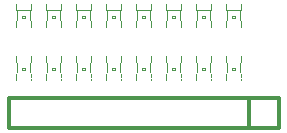
<source format=gto>
G04 (created by PCBNEW (2013-06-11 BZR 4208)-testing) date Thu 13 Jun 2013 06:15:50 PM CEST*
%MOIN*%
G04 Gerber Fmt 3.4, Leading zero omitted, Abs format*
%FSLAX34Y34*%
G01*
G70*
G90*
G04 APERTURE LIST*
%ADD10C,0.005906*%
%ADD11C,0.012000*%
%ADD12C,0.002600*%
%ADD13C,0.004000*%
%ADD14C,0.002000*%
%ADD15C,0.007874*%
%ADD16R,0.064961X0.064961*%
%ADD17C,0.064961*%
%ADD18R,0.047200X0.047200*%
G04 APERTURE END LIST*
G54D10*
G54D11*
X31500Y-36500D02*
X31500Y-35500D01*
X31500Y-35500D02*
X40500Y-35500D01*
X40500Y-35500D02*
X40500Y-36500D01*
X31500Y-36500D02*
X40500Y-36500D01*
X39500Y-36500D02*
X39500Y-35500D01*
G54D12*
X31882Y-34696D02*
X31754Y-34696D01*
X31754Y-34696D02*
X31754Y-34893D01*
X31882Y-34893D02*
X31754Y-34893D01*
X31882Y-34696D02*
X31882Y-34893D01*
X32127Y-34696D02*
X32068Y-34696D01*
X32068Y-34696D02*
X32068Y-34795D01*
X32127Y-34795D02*
X32068Y-34795D01*
X32127Y-34696D02*
X32127Y-34795D01*
X31932Y-34696D02*
X31873Y-34696D01*
X31873Y-34696D02*
X31873Y-34795D01*
X31932Y-34795D02*
X31873Y-34795D01*
X31932Y-34696D02*
X31932Y-34795D01*
X32078Y-34696D02*
X31922Y-34696D01*
X31922Y-34696D02*
X31922Y-34765D01*
X32078Y-34765D02*
X31922Y-34765D01*
X32078Y-34696D02*
X32078Y-34765D01*
X31882Y-34107D02*
X31754Y-34107D01*
X31754Y-34107D02*
X31754Y-34304D01*
X31882Y-34304D02*
X31754Y-34304D01*
X31882Y-34107D02*
X31882Y-34304D01*
X32246Y-34107D02*
X32118Y-34107D01*
X32118Y-34107D02*
X32118Y-34304D01*
X32246Y-34304D02*
X32118Y-34304D01*
X32246Y-34107D02*
X32246Y-34304D01*
X31932Y-34205D02*
X31873Y-34205D01*
X31873Y-34205D02*
X31873Y-34304D01*
X31932Y-34304D02*
X31873Y-34304D01*
X31932Y-34205D02*
X31932Y-34304D01*
X32127Y-34205D02*
X32068Y-34205D01*
X32068Y-34205D02*
X32068Y-34304D01*
X32127Y-34304D02*
X32068Y-34304D01*
X32127Y-34205D02*
X32127Y-34304D01*
X32078Y-34235D02*
X31922Y-34235D01*
X31922Y-34235D02*
X31922Y-34304D01*
X32078Y-34304D02*
X31922Y-34304D01*
X32078Y-34235D02*
X32078Y-34304D01*
X32039Y-34500D02*
X31961Y-34500D01*
X31961Y-34500D02*
X31961Y-34578D01*
X32039Y-34578D02*
X31961Y-34578D01*
X32039Y-34500D02*
X32039Y-34578D01*
X32236Y-34696D02*
X32118Y-34696D01*
X32118Y-34696D02*
X32118Y-34814D01*
X32236Y-34814D02*
X32118Y-34814D01*
X32236Y-34696D02*
X32236Y-34814D01*
X32246Y-34864D02*
X32157Y-34864D01*
X32157Y-34864D02*
X32157Y-34893D01*
X32246Y-34893D02*
X32157Y-34893D01*
X32246Y-34864D02*
X32246Y-34893D01*
G54D13*
X31774Y-34706D02*
X31774Y-34294D01*
X32226Y-34304D02*
X32226Y-34864D01*
G54D14*
X32205Y-34834D02*
G75*
G03X32205Y-34834I-28J0D01*
G74*
G01*
G54D13*
X32137Y-34893D02*
G75*
G03X31863Y-34893I-137J0D01*
G74*
G01*
X31863Y-34107D02*
G75*
G03X32137Y-34107I137J0D01*
G74*
G01*
G54D12*
X37882Y-34696D02*
X37754Y-34696D01*
X37754Y-34696D02*
X37754Y-34893D01*
X37882Y-34893D02*
X37754Y-34893D01*
X37882Y-34696D02*
X37882Y-34893D01*
X38127Y-34696D02*
X38068Y-34696D01*
X38068Y-34696D02*
X38068Y-34795D01*
X38127Y-34795D02*
X38068Y-34795D01*
X38127Y-34696D02*
X38127Y-34795D01*
X37932Y-34696D02*
X37873Y-34696D01*
X37873Y-34696D02*
X37873Y-34795D01*
X37932Y-34795D02*
X37873Y-34795D01*
X37932Y-34696D02*
X37932Y-34795D01*
X38078Y-34696D02*
X37922Y-34696D01*
X37922Y-34696D02*
X37922Y-34765D01*
X38078Y-34765D02*
X37922Y-34765D01*
X38078Y-34696D02*
X38078Y-34765D01*
X37882Y-34107D02*
X37754Y-34107D01*
X37754Y-34107D02*
X37754Y-34304D01*
X37882Y-34304D02*
X37754Y-34304D01*
X37882Y-34107D02*
X37882Y-34304D01*
X38246Y-34107D02*
X38118Y-34107D01*
X38118Y-34107D02*
X38118Y-34304D01*
X38246Y-34304D02*
X38118Y-34304D01*
X38246Y-34107D02*
X38246Y-34304D01*
X37932Y-34205D02*
X37873Y-34205D01*
X37873Y-34205D02*
X37873Y-34304D01*
X37932Y-34304D02*
X37873Y-34304D01*
X37932Y-34205D02*
X37932Y-34304D01*
X38127Y-34205D02*
X38068Y-34205D01*
X38068Y-34205D02*
X38068Y-34304D01*
X38127Y-34304D02*
X38068Y-34304D01*
X38127Y-34205D02*
X38127Y-34304D01*
X38078Y-34235D02*
X37922Y-34235D01*
X37922Y-34235D02*
X37922Y-34304D01*
X38078Y-34304D02*
X37922Y-34304D01*
X38078Y-34235D02*
X38078Y-34304D01*
X38039Y-34500D02*
X37961Y-34500D01*
X37961Y-34500D02*
X37961Y-34578D01*
X38039Y-34578D02*
X37961Y-34578D01*
X38039Y-34500D02*
X38039Y-34578D01*
X38236Y-34696D02*
X38118Y-34696D01*
X38118Y-34696D02*
X38118Y-34814D01*
X38236Y-34814D02*
X38118Y-34814D01*
X38236Y-34696D02*
X38236Y-34814D01*
X38246Y-34864D02*
X38157Y-34864D01*
X38157Y-34864D02*
X38157Y-34893D01*
X38246Y-34893D02*
X38157Y-34893D01*
X38246Y-34864D02*
X38246Y-34893D01*
G54D13*
X37774Y-34706D02*
X37774Y-34294D01*
X38226Y-34304D02*
X38226Y-34864D01*
G54D14*
X38205Y-34834D02*
G75*
G03X38205Y-34834I-28J0D01*
G74*
G01*
G54D13*
X38137Y-34893D02*
G75*
G03X37863Y-34893I-137J0D01*
G74*
G01*
X37863Y-34107D02*
G75*
G03X38137Y-34107I137J0D01*
G74*
G01*
G54D12*
X32882Y-34696D02*
X32754Y-34696D01*
X32754Y-34696D02*
X32754Y-34893D01*
X32882Y-34893D02*
X32754Y-34893D01*
X32882Y-34696D02*
X32882Y-34893D01*
X33127Y-34696D02*
X33068Y-34696D01*
X33068Y-34696D02*
X33068Y-34795D01*
X33127Y-34795D02*
X33068Y-34795D01*
X33127Y-34696D02*
X33127Y-34795D01*
X32932Y-34696D02*
X32873Y-34696D01*
X32873Y-34696D02*
X32873Y-34795D01*
X32932Y-34795D02*
X32873Y-34795D01*
X32932Y-34696D02*
X32932Y-34795D01*
X33078Y-34696D02*
X32922Y-34696D01*
X32922Y-34696D02*
X32922Y-34765D01*
X33078Y-34765D02*
X32922Y-34765D01*
X33078Y-34696D02*
X33078Y-34765D01*
X32882Y-34107D02*
X32754Y-34107D01*
X32754Y-34107D02*
X32754Y-34304D01*
X32882Y-34304D02*
X32754Y-34304D01*
X32882Y-34107D02*
X32882Y-34304D01*
X33246Y-34107D02*
X33118Y-34107D01*
X33118Y-34107D02*
X33118Y-34304D01*
X33246Y-34304D02*
X33118Y-34304D01*
X33246Y-34107D02*
X33246Y-34304D01*
X32932Y-34205D02*
X32873Y-34205D01*
X32873Y-34205D02*
X32873Y-34304D01*
X32932Y-34304D02*
X32873Y-34304D01*
X32932Y-34205D02*
X32932Y-34304D01*
X33127Y-34205D02*
X33068Y-34205D01*
X33068Y-34205D02*
X33068Y-34304D01*
X33127Y-34304D02*
X33068Y-34304D01*
X33127Y-34205D02*
X33127Y-34304D01*
X33078Y-34235D02*
X32922Y-34235D01*
X32922Y-34235D02*
X32922Y-34304D01*
X33078Y-34304D02*
X32922Y-34304D01*
X33078Y-34235D02*
X33078Y-34304D01*
X33039Y-34500D02*
X32961Y-34500D01*
X32961Y-34500D02*
X32961Y-34578D01*
X33039Y-34578D02*
X32961Y-34578D01*
X33039Y-34500D02*
X33039Y-34578D01*
X33236Y-34696D02*
X33118Y-34696D01*
X33118Y-34696D02*
X33118Y-34814D01*
X33236Y-34814D02*
X33118Y-34814D01*
X33236Y-34696D02*
X33236Y-34814D01*
X33246Y-34864D02*
X33157Y-34864D01*
X33157Y-34864D02*
X33157Y-34893D01*
X33246Y-34893D02*
X33157Y-34893D01*
X33246Y-34864D02*
X33246Y-34893D01*
G54D13*
X32774Y-34706D02*
X32774Y-34294D01*
X33226Y-34304D02*
X33226Y-34864D01*
G54D14*
X33205Y-34834D02*
G75*
G03X33205Y-34834I-28J0D01*
G74*
G01*
G54D13*
X33137Y-34893D02*
G75*
G03X32863Y-34893I-137J0D01*
G74*
G01*
X32863Y-34107D02*
G75*
G03X33137Y-34107I137J0D01*
G74*
G01*
G54D12*
X33882Y-34696D02*
X33754Y-34696D01*
X33754Y-34696D02*
X33754Y-34893D01*
X33882Y-34893D02*
X33754Y-34893D01*
X33882Y-34696D02*
X33882Y-34893D01*
X34127Y-34696D02*
X34068Y-34696D01*
X34068Y-34696D02*
X34068Y-34795D01*
X34127Y-34795D02*
X34068Y-34795D01*
X34127Y-34696D02*
X34127Y-34795D01*
X33932Y-34696D02*
X33873Y-34696D01*
X33873Y-34696D02*
X33873Y-34795D01*
X33932Y-34795D02*
X33873Y-34795D01*
X33932Y-34696D02*
X33932Y-34795D01*
X34078Y-34696D02*
X33922Y-34696D01*
X33922Y-34696D02*
X33922Y-34765D01*
X34078Y-34765D02*
X33922Y-34765D01*
X34078Y-34696D02*
X34078Y-34765D01*
X33882Y-34107D02*
X33754Y-34107D01*
X33754Y-34107D02*
X33754Y-34304D01*
X33882Y-34304D02*
X33754Y-34304D01*
X33882Y-34107D02*
X33882Y-34304D01*
X34246Y-34107D02*
X34118Y-34107D01*
X34118Y-34107D02*
X34118Y-34304D01*
X34246Y-34304D02*
X34118Y-34304D01*
X34246Y-34107D02*
X34246Y-34304D01*
X33932Y-34205D02*
X33873Y-34205D01*
X33873Y-34205D02*
X33873Y-34304D01*
X33932Y-34304D02*
X33873Y-34304D01*
X33932Y-34205D02*
X33932Y-34304D01*
X34127Y-34205D02*
X34068Y-34205D01*
X34068Y-34205D02*
X34068Y-34304D01*
X34127Y-34304D02*
X34068Y-34304D01*
X34127Y-34205D02*
X34127Y-34304D01*
X34078Y-34235D02*
X33922Y-34235D01*
X33922Y-34235D02*
X33922Y-34304D01*
X34078Y-34304D02*
X33922Y-34304D01*
X34078Y-34235D02*
X34078Y-34304D01*
X34039Y-34500D02*
X33961Y-34500D01*
X33961Y-34500D02*
X33961Y-34578D01*
X34039Y-34578D02*
X33961Y-34578D01*
X34039Y-34500D02*
X34039Y-34578D01*
X34236Y-34696D02*
X34118Y-34696D01*
X34118Y-34696D02*
X34118Y-34814D01*
X34236Y-34814D02*
X34118Y-34814D01*
X34236Y-34696D02*
X34236Y-34814D01*
X34246Y-34864D02*
X34157Y-34864D01*
X34157Y-34864D02*
X34157Y-34893D01*
X34246Y-34893D02*
X34157Y-34893D01*
X34246Y-34864D02*
X34246Y-34893D01*
G54D13*
X33774Y-34706D02*
X33774Y-34294D01*
X34226Y-34304D02*
X34226Y-34864D01*
G54D14*
X34205Y-34834D02*
G75*
G03X34205Y-34834I-28J0D01*
G74*
G01*
G54D13*
X34137Y-34893D02*
G75*
G03X33863Y-34893I-137J0D01*
G74*
G01*
X33863Y-34107D02*
G75*
G03X34137Y-34107I137J0D01*
G74*
G01*
G54D12*
X34882Y-34696D02*
X34754Y-34696D01*
X34754Y-34696D02*
X34754Y-34893D01*
X34882Y-34893D02*
X34754Y-34893D01*
X34882Y-34696D02*
X34882Y-34893D01*
X35127Y-34696D02*
X35068Y-34696D01*
X35068Y-34696D02*
X35068Y-34795D01*
X35127Y-34795D02*
X35068Y-34795D01*
X35127Y-34696D02*
X35127Y-34795D01*
X34932Y-34696D02*
X34873Y-34696D01*
X34873Y-34696D02*
X34873Y-34795D01*
X34932Y-34795D02*
X34873Y-34795D01*
X34932Y-34696D02*
X34932Y-34795D01*
X35078Y-34696D02*
X34922Y-34696D01*
X34922Y-34696D02*
X34922Y-34765D01*
X35078Y-34765D02*
X34922Y-34765D01*
X35078Y-34696D02*
X35078Y-34765D01*
X34882Y-34107D02*
X34754Y-34107D01*
X34754Y-34107D02*
X34754Y-34304D01*
X34882Y-34304D02*
X34754Y-34304D01*
X34882Y-34107D02*
X34882Y-34304D01*
X35246Y-34107D02*
X35118Y-34107D01*
X35118Y-34107D02*
X35118Y-34304D01*
X35246Y-34304D02*
X35118Y-34304D01*
X35246Y-34107D02*
X35246Y-34304D01*
X34932Y-34205D02*
X34873Y-34205D01*
X34873Y-34205D02*
X34873Y-34304D01*
X34932Y-34304D02*
X34873Y-34304D01*
X34932Y-34205D02*
X34932Y-34304D01*
X35127Y-34205D02*
X35068Y-34205D01*
X35068Y-34205D02*
X35068Y-34304D01*
X35127Y-34304D02*
X35068Y-34304D01*
X35127Y-34205D02*
X35127Y-34304D01*
X35078Y-34235D02*
X34922Y-34235D01*
X34922Y-34235D02*
X34922Y-34304D01*
X35078Y-34304D02*
X34922Y-34304D01*
X35078Y-34235D02*
X35078Y-34304D01*
X35039Y-34500D02*
X34961Y-34500D01*
X34961Y-34500D02*
X34961Y-34578D01*
X35039Y-34578D02*
X34961Y-34578D01*
X35039Y-34500D02*
X35039Y-34578D01*
X35236Y-34696D02*
X35118Y-34696D01*
X35118Y-34696D02*
X35118Y-34814D01*
X35236Y-34814D02*
X35118Y-34814D01*
X35236Y-34696D02*
X35236Y-34814D01*
X35246Y-34864D02*
X35157Y-34864D01*
X35157Y-34864D02*
X35157Y-34893D01*
X35246Y-34893D02*
X35157Y-34893D01*
X35246Y-34864D02*
X35246Y-34893D01*
G54D13*
X34774Y-34706D02*
X34774Y-34294D01*
X35226Y-34304D02*
X35226Y-34864D01*
G54D14*
X35205Y-34834D02*
G75*
G03X35205Y-34834I-28J0D01*
G74*
G01*
G54D13*
X35137Y-34893D02*
G75*
G03X34863Y-34893I-137J0D01*
G74*
G01*
X34863Y-34107D02*
G75*
G03X35137Y-34107I137J0D01*
G74*
G01*
G54D12*
X35882Y-34696D02*
X35754Y-34696D01*
X35754Y-34696D02*
X35754Y-34893D01*
X35882Y-34893D02*
X35754Y-34893D01*
X35882Y-34696D02*
X35882Y-34893D01*
X36127Y-34696D02*
X36068Y-34696D01*
X36068Y-34696D02*
X36068Y-34795D01*
X36127Y-34795D02*
X36068Y-34795D01*
X36127Y-34696D02*
X36127Y-34795D01*
X35932Y-34696D02*
X35873Y-34696D01*
X35873Y-34696D02*
X35873Y-34795D01*
X35932Y-34795D02*
X35873Y-34795D01*
X35932Y-34696D02*
X35932Y-34795D01*
X36078Y-34696D02*
X35922Y-34696D01*
X35922Y-34696D02*
X35922Y-34765D01*
X36078Y-34765D02*
X35922Y-34765D01*
X36078Y-34696D02*
X36078Y-34765D01*
X35882Y-34107D02*
X35754Y-34107D01*
X35754Y-34107D02*
X35754Y-34304D01*
X35882Y-34304D02*
X35754Y-34304D01*
X35882Y-34107D02*
X35882Y-34304D01*
X36246Y-34107D02*
X36118Y-34107D01*
X36118Y-34107D02*
X36118Y-34304D01*
X36246Y-34304D02*
X36118Y-34304D01*
X36246Y-34107D02*
X36246Y-34304D01*
X35932Y-34205D02*
X35873Y-34205D01*
X35873Y-34205D02*
X35873Y-34304D01*
X35932Y-34304D02*
X35873Y-34304D01*
X35932Y-34205D02*
X35932Y-34304D01*
X36127Y-34205D02*
X36068Y-34205D01*
X36068Y-34205D02*
X36068Y-34304D01*
X36127Y-34304D02*
X36068Y-34304D01*
X36127Y-34205D02*
X36127Y-34304D01*
X36078Y-34235D02*
X35922Y-34235D01*
X35922Y-34235D02*
X35922Y-34304D01*
X36078Y-34304D02*
X35922Y-34304D01*
X36078Y-34235D02*
X36078Y-34304D01*
X36039Y-34500D02*
X35961Y-34500D01*
X35961Y-34500D02*
X35961Y-34578D01*
X36039Y-34578D02*
X35961Y-34578D01*
X36039Y-34500D02*
X36039Y-34578D01*
X36236Y-34696D02*
X36118Y-34696D01*
X36118Y-34696D02*
X36118Y-34814D01*
X36236Y-34814D02*
X36118Y-34814D01*
X36236Y-34696D02*
X36236Y-34814D01*
X36246Y-34864D02*
X36157Y-34864D01*
X36157Y-34864D02*
X36157Y-34893D01*
X36246Y-34893D02*
X36157Y-34893D01*
X36246Y-34864D02*
X36246Y-34893D01*
G54D13*
X35774Y-34706D02*
X35774Y-34294D01*
X36226Y-34304D02*
X36226Y-34864D01*
G54D14*
X36205Y-34834D02*
G75*
G03X36205Y-34834I-28J0D01*
G74*
G01*
G54D13*
X36137Y-34893D02*
G75*
G03X35863Y-34893I-137J0D01*
G74*
G01*
X35863Y-34107D02*
G75*
G03X36137Y-34107I137J0D01*
G74*
G01*
G54D12*
X36882Y-34696D02*
X36754Y-34696D01*
X36754Y-34696D02*
X36754Y-34893D01*
X36882Y-34893D02*
X36754Y-34893D01*
X36882Y-34696D02*
X36882Y-34893D01*
X37127Y-34696D02*
X37068Y-34696D01*
X37068Y-34696D02*
X37068Y-34795D01*
X37127Y-34795D02*
X37068Y-34795D01*
X37127Y-34696D02*
X37127Y-34795D01*
X36932Y-34696D02*
X36873Y-34696D01*
X36873Y-34696D02*
X36873Y-34795D01*
X36932Y-34795D02*
X36873Y-34795D01*
X36932Y-34696D02*
X36932Y-34795D01*
X37078Y-34696D02*
X36922Y-34696D01*
X36922Y-34696D02*
X36922Y-34765D01*
X37078Y-34765D02*
X36922Y-34765D01*
X37078Y-34696D02*
X37078Y-34765D01*
X36882Y-34107D02*
X36754Y-34107D01*
X36754Y-34107D02*
X36754Y-34304D01*
X36882Y-34304D02*
X36754Y-34304D01*
X36882Y-34107D02*
X36882Y-34304D01*
X37246Y-34107D02*
X37118Y-34107D01*
X37118Y-34107D02*
X37118Y-34304D01*
X37246Y-34304D02*
X37118Y-34304D01*
X37246Y-34107D02*
X37246Y-34304D01*
X36932Y-34205D02*
X36873Y-34205D01*
X36873Y-34205D02*
X36873Y-34304D01*
X36932Y-34304D02*
X36873Y-34304D01*
X36932Y-34205D02*
X36932Y-34304D01*
X37127Y-34205D02*
X37068Y-34205D01*
X37068Y-34205D02*
X37068Y-34304D01*
X37127Y-34304D02*
X37068Y-34304D01*
X37127Y-34205D02*
X37127Y-34304D01*
X37078Y-34235D02*
X36922Y-34235D01*
X36922Y-34235D02*
X36922Y-34304D01*
X37078Y-34304D02*
X36922Y-34304D01*
X37078Y-34235D02*
X37078Y-34304D01*
X37039Y-34500D02*
X36961Y-34500D01*
X36961Y-34500D02*
X36961Y-34578D01*
X37039Y-34578D02*
X36961Y-34578D01*
X37039Y-34500D02*
X37039Y-34578D01*
X37236Y-34696D02*
X37118Y-34696D01*
X37118Y-34696D02*
X37118Y-34814D01*
X37236Y-34814D02*
X37118Y-34814D01*
X37236Y-34696D02*
X37236Y-34814D01*
X37246Y-34864D02*
X37157Y-34864D01*
X37157Y-34864D02*
X37157Y-34893D01*
X37246Y-34893D02*
X37157Y-34893D01*
X37246Y-34864D02*
X37246Y-34893D01*
G54D13*
X36774Y-34706D02*
X36774Y-34294D01*
X37226Y-34304D02*
X37226Y-34864D01*
G54D14*
X37205Y-34834D02*
G75*
G03X37205Y-34834I-28J0D01*
G74*
G01*
G54D13*
X37137Y-34893D02*
G75*
G03X36863Y-34893I-137J0D01*
G74*
G01*
X36863Y-34107D02*
G75*
G03X37137Y-34107I137J0D01*
G74*
G01*
G54D12*
X38882Y-34696D02*
X38754Y-34696D01*
X38754Y-34696D02*
X38754Y-34893D01*
X38882Y-34893D02*
X38754Y-34893D01*
X38882Y-34696D02*
X38882Y-34893D01*
X39127Y-34696D02*
X39068Y-34696D01*
X39068Y-34696D02*
X39068Y-34795D01*
X39127Y-34795D02*
X39068Y-34795D01*
X39127Y-34696D02*
X39127Y-34795D01*
X38932Y-34696D02*
X38873Y-34696D01*
X38873Y-34696D02*
X38873Y-34795D01*
X38932Y-34795D02*
X38873Y-34795D01*
X38932Y-34696D02*
X38932Y-34795D01*
X39078Y-34696D02*
X38922Y-34696D01*
X38922Y-34696D02*
X38922Y-34765D01*
X39078Y-34765D02*
X38922Y-34765D01*
X39078Y-34696D02*
X39078Y-34765D01*
X38882Y-34107D02*
X38754Y-34107D01*
X38754Y-34107D02*
X38754Y-34304D01*
X38882Y-34304D02*
X38754Y-34304D01*
X38882Y-34107D02*
X38882Y-34304D01*
X39246Y-34107D02*
X39118Y-34107D01*
X39118Y-34107D02*
X39118Y-34304D01*
X39246Y-34304D02*
X39118Y-34304D01*
X39246Y-34107D02*
X39246Y-34304D01*
X38932Y-34205D02*
X38873Y-34205D01*
X38873Y-34205D02*
X38873Y-34304D01*
X38932Y-34304D02*
X38873Y-34304D01*
X38932Y-34205D02*
X38932Y-34304D01*
X39127Y-34205D02*
X39068Y-34205D01*
X39068Y-34205D02*
X39068Y-34304D01*
X39127Y-34304D02*
X39068Y-34304D01*
X39127Y-34205D02*
X39127Y-34304D01*
X39078Y-34235D02*
X38922Y-34235D01*
X38922Y-34235D02*
X38922Y-34304D01*
X39078Y-34304D02*
X38922Y-34304D01*
X39078Y-34235D02*
X39078Y-34304D01*
X39039Y-34500D02*
X38961Y-34500D01*
X38961Y-34500D02*
X38961Y-34578D01*
X39039Y-34578D02*
X38961Y-34578D01*
X39039Y-34500D02*
X39039Y-34578D01*
X39236Y-34696D02*
X39118Y-34696D01*
X39118Y-34696D02*
X39118Y-34814D01*
X39236Y-34814D02*
X39118Y-34814D01*
X39236Y-34696D02*
X39236Y-34814D01*
X39246Y-34864D02*
X39157Y-34864D01*
X39157Y-34864D02*
X39157Y-34893D01*
X39246Y-34893D02*
X39157Y-34893D01*
X39246Y-34864D02*
X39246Y-34893D01*
G54D13*
X38774Y-34706D02*
X38774Y-34294D01*
X39226Y-34304D02*
X39226Y-34864D01*
G54D14*
X39205Y-34834D02*
G75*
G03X39205Y-34834I-28J0D01*
G74*
G01*
G54D13*
X39137Y-34893D02*
G75*
G03X38863Y-34893I-137J0D01*
G74*
G01*
X38863Y-34107D02*
G75*
G03X39137Y-34107I137J0D01*
G74*
G01*
G54D12*
X31882Y-32946D02*
X31754Y-32946D01*
X31754Y-32946D02*
X31754Y-33143D01*
X31882Y-33143D02*
X31754Y-33143D01*
X31882Y-32946D02*
X31882Y-33143D01*
X32127Y-32946D02*
X32068Y-32946D01*
X32068Y-32946D02*
X32068Y-33045D01*
X32127Y-33045D02*
X32068Y-33045D01*
X32127Y-32946D02*
X32127Y-33045D01*
X31932Y-32946D02*
X31873Y-32946D01*
X31873Y-32946D02*
X31873Y-33045D01*
X31932Y-33045D02*
X31873Y-33045D01*
X31932Y-32946D02*
X31932Y-33045D01*
X32078Y-32946D02*
X31922Y-32946D01*
X31922Y-32946D02*
X31922Y-33015D01*
X32078Y-33015D02*
X31922Y-33015D01*
X32078Y-32946D02*
X32078Y-33015D01*
X31882Y-32357D02*
X31754Y-32357D01*
X31754Y-32357D02*
X31754Y-32554D01*
X31882Y-32554D02*
X31754Y-32554D01*
X31882Y-32357D02*
X31882Y-32554D01*
X32246Y-32357D02*
X32118Y-32357D01*
X32118Y-32357D02*
X32118Y-32554D01*
X32246Y-32554D02*
X32118Y-32554D01*
X32246Y-32357D02*
X32246Y-32554D01*
X31932Y-32455D02*
X31873Y-32455D01*
X31873Y-32455D02*
X31873Y-32554D01*
X31932Y-32554D02*
X31873Y-32554D01*
X31932Y-32455D02*
X31932Y-32554D01*
X32127Y-32455D02*
X32068Y-32455D01*
X32068Y-32455D02*
X32068Y-32554D01*
X32127Y-32554D02*
X32068Y-32554D01*
X32127Y-32455D02*
X32127Y-32554D01*
X32078Y-32485D02*
X31922Y-32485D01*
X31922Y-32485D02*
X31922Y-32554D01*
X32078Y-32554D02*
X31922Y-32554D01*
X32078Y-32485D02*
X32078Y-32554D01*
X32039Y-32750D02*
X31961Y-32750D01*
X31961Y-32750D02*
X31961Y-32828D01*
X32039Y-32828D02*
X31961Y-32828D01*
X32039Y-32750D02*
X32039Y-32828D01*
X32236Y-32946D02*
X32118Y-32946D01*
X32118Y-32946D02*
X32118Y-33064D01*
X32236Y-33064D02*
X32118Y-33064D01*
X32236Y-32946D02*
X32236Y-33064D01*
X32246Y-33114D02*
X32157Y-33114D01*
X32157Y-33114D02*
X32157Y-33143D01*
X32246Y-33143D02*
X32157Y-33143D01*
X32246Y-33114D02*
X32246Y-33143D01*
G54D13*
X31774Y-32956D02*
X31774Y-32544D01*
X32226Y-32554D02*
X32226Y-33114D01*
G54D14*
X32205Y-33084D02*
G75*
G03X32205Y-33084I-28J0D01*
G74*
G01*
G54D13*
X32137Y-33143D02*
G75*
G03X31863Y-33143I-137J0D01*
G74*
G01*
X31863Y-32357D02*
G75*
G03X32137Y-32357I137J0D01*
G74*
G01*
G54D12*
X32882Y-32946D02*
X32754Y-32946D01*
X32754Y-32946D02*
X32754Y-33143D01*
X32882Y-33143D02*
X32754Y-33143D01*
X32882Y-32946D02*
X32882Y-33143D01*
X33127Y-32946D02*
X33068Y-32946D01*
X33068Y-32946D02*
X33068Y-33045D01*
X33127Y-33045D02*
X33068Y-33045D01*
X33127Y-32946D02*
X33127Y-33045D01*
X32932Y-32946D02*
X32873Y-32946D01*
X32873Y-32946D02*
X32873Y-33045D01*
X32932Y-33045D02*
X32873Y-33045D01*
X32932Y-32946D02*
X32932Y-33045D01*
X33078Y-32946D02*
X32922Y-32946D01*
X32922Y-32946D02*
X32922Y-33015D01*
X33078Y-33015D02*
X32922Y-33015D01*
X33078Y-32946D02*
X33078Y-33015D01*
X32882Y-32357D02*
X32754Y-32357D01*
X32754Y-32357D02*
X32754Y-32554D01*
X32882Y-32554D02*
X32754Y-32554D01*
X32882Y-32357D02*
X32882Y-32554D01*
X33246Y-32357D02*
X33118Y-32357D01*
X33118Y-32357D02*
X33118Y-32554D01*
X33246Y-32554D02*
X33118Y-32554D01*
X33246Y-32357D02*
X33246Y-32554D01*
X32932Y-32455D02*
X32873Y-32455D01*
X32873Y-32455D02*
X32873Y-32554D01*
X32932Y-32554D02*
X32873Y-32554D01*
X32932Y-32455D02*
X32932Y-32554D01*
X33127Y-32455D02*
X33068Y-32455D01*
X33068Y-32455D02*
X33068Y-32554D01*
X33127Y-32554D02*
X33068Y-32554D01*
X33127Y-32455D02*
X33127Y-32554D01*
X33078Y-32485D02*
X32922Y-32485D01*
X32922Y-32485D02*
X32922Y-32554D01*
X33078Y-32554D02*
X32922Y-32554D01*
X33078Y-32485D02*
X33078Y-32554D01*
X33039Y-32750D02*
X32961Y-32750D01*
X32961Y-32750D02*
X32961Y-32828D01*
X33039Y-32828D02*
X32961Y-32828D01*
X33039Y-32750D02*
X33039Y-32828D01*
X33236Y-32946D02*
X33118Y-32946D01*
X33118Y-32946D02*
X33118Y-33064D01*
X33236Y-33064D02*
X33118Y-33064D01*
X33236Y-32946D02*
X33236Y-33064D01*
X33246Y-33114D02*
X33157Y-33114D01*
X33157Y-33114D02*
X33157Y-33143D01*
X33246Y-33143D02*
X33157Y-33143D01*
X33246Y-33114D02*
X33246Y-33143D01*
G54D13*
X32774Y-32956D02*
X32774Y-32544D01*
X33226Y-32554D02*
X33226Y-33114D01*
G54D14*
X33205Y-33084D02*
G75*
G03X33205Y-33084I-28J0D01*
G74*
G01*
G54D13*
X33137Y-33143D02*
G75*
G03X32863Y-33143I-137J0D01*
G74*
G01*
X32863Y-32357D02*
G75*
G03X33137Y-32357I137J0D01*
G74*
G01*
G54D12*
X33882Y-32946D02*
X33754Y-32946D01*
X33754Y-32946D02*
X33754Y-33143D01*
X33882Y-33143D02*
X33754Y-33143D01*
X33882Y-32946D02*
X33882Y-33143D01*
X34127Y-32946D02*
X34068Y-32946D01*
X34068Y-32946D02*
X34068Y-33045D01*
X34127Y-33045D02*
X34068Y-33045D01*
X34127Y-32946D02*
X34127Y-33045D01*
X33932Y-32946D02*
X33873Y-32946D01*
X33873Y-32946D02*
X33873Y-33045D01*
X33932Y-33045D02*
X33873Y-33045D01*
X33932Y-32946D02*
X33932Y-33045D01*
X34078Y-32946D02*
X33922Y-32946D01*
X33922Y-32946D02*
X33922Y-33015D01*
X34078Y-33015D02*
X33922Y-33015D01*
X34078Y-32946D02*
X34078Y-33015D01*
X33882Y-32357D02*
X33754Y-32357D01*
X33754Y-32357D02*
X33754Y-32554D01*
X33882Y-32554D02*
X33754Y-32554D01*
X33882Y-32357D02*
X33882Y-32554D01*
X34246Y-32357D02*
X34118Y-32357D01*
X34118Y-32357D02*
X34118Y-32554D01*
X34246Y-32554D02*
X34118Y-32554D01*
X34246Y-32357D02*
X34246Y-32554D01*
X33932Y-32455D02*
X33873Y-32455D01*
X33873Y-32455D02*
X33873Y-32554D01*
X33932Y-32554D02*
X33873Y-32554D01*
X33932Y-32455D02*
X33932Y-32554D01*
X34127Y-32455D02*
X34068Y-32455D01*
X34068Y-32455D02*
X34068Y-32554D01*
X34127Y-32554D02*
X34068Y-32554D01*
X34127Y-32455D02*
X34127Y-32554D01*
X34078Y-32485D02*
X33922Y-32485D01*
X33922Y-32485D02*
X33922Y-32554D01*
X34078Y-32554D02*
X33922Y-32554D01*
X34078Y-32485D02*
X34078Y-32554D01*
X34039Y-32750D02*
X33961Y-32750D01*
X33961Y-32750D02*
X33961Y-32828D01*
X34039Y-32828D02*
X33961Y-32828D01*
X34039Y-32750D02*
X34039Y-32828D01*
X34236Y-32946D02*
X34118Y-32946D01*
X34118Y-32946D02*
X34118Y-33064D01*
X34236Y-33064D02*
X34118Y-33064D01*
X34236Y-32946D02*
X34236Y-33064D01*
X34246Y-33114D02*
X34157Y-33114D01*
X34157Y-33114D02*
X34157Y-33143D01*
X34246Y-33143D02*
X34157Y-33143D01*
X34246Y-33114D02*
X34246Y-33143D01*
G54D13*
X33774Y-32956D02*
X33774Y-32544D01*
X34226Y-32554D02*
X34226Y-33114D01*
G54D14*
X34205Y-33084D02*
G75*
G03X34205Y-33084I-28J0D01*
G74*
G01*
G54D13*
X34137Y-33143D02*
G75*
G03X33863Y-33143I-137J0D01*
G74*
G01*
X33863Y-32357D02*
G75*
G03X34137Y-32357I137J0D01*
G74*
G01*
G54D12*
X34882Y-32946D02*
X34754Y-32946D01*
X34754Y-32946D02*
X34754Y-33143D01*
X34882Y-33143D02*
X34754Y-33143D01*
X34882Y-32946D02*
X34882Y-33143D01*
X35127Y-32946D02*
X35068Y-32946D01*
X35068Y-32946D02*
X35068Y-33045D01*
X35127Y-33045D02*
X35068Y-33045D01*
X35127Y-32946D02*
X35127Y-33045D01*
X34932Y-32946D02*
X34873Y-32946D01*
X34873Y-32946D02*
X34873Y-33045D01*
X34932Y-33045D02*
X34873Y-33045D01*
X34932Y-32946D02*
X34932Y-33045D01*
X35078Y-32946D02*
X34922Y-32946D01*
X34922Y-32946D02*
X34922Y-33015D01*
X35078Y-33015D02*
X34922Y-33015D01*
X35078Y-32946D02*
X35078Y-33015D01*
X34882Y-32357D02*
X34754Y-32357D01*
X34754Y-32357D02*
X34754Y-32554D01*
X34882Y-32554D02*
X34754Y-32554D01*
X34882Y-32357D02*
X34882Y-32554D01*
X35246Y-32357D02*
X35118Y-32357D01*
X35118Y-32357D02*
X35118Y-32554D01*
X35246Y-32554D02*
X35118Y-32554D01*
X35246Y-32357D02*
X35246Y-32554D01*
X34932Y-32455D02*
X34873Y-32455D01*
X34873Y-32455D02*
X34873Y-32554D01*
X34932Y-32554D02*
X34873Y-32554D01*
X34932Y-32455D02*
X34932Y-32554D01*
X35127Y-32455D02*
X35068Y-32455D01*
X35068Y-32455D02*
X35068Y-32554D01*
X35127Y-32554D02*
X35068Y-32554D01*
X35127Y-32455D02*
X35127Y-32554D01*
X35078Y-32485D02*
X34922Y-32485D01*
X34922Y-32485D02*
X34922Y-32554D01*
X35078Y-32554D02*
X34922Y-32554D01*
X35078Y-32485D02*
X35078Y-32554D01*
X35039Y-32750D02*
X34961Y-32750D01*
X34961Y-32750D02*
X34961Y-32828D01*
X35039Y-32828D02*
X34961Y-32828D01*
X35039Y-32750D02*
X35039Y-32828D01*
X35236Y-32946D02*
X35118Y-32946D01*
X35118Y-32946D02*
X35118Y-33064D01*
X35236Y-33064D02*
X35118Y-33064D01*
X35236Y-32946D02*
X35236Y-33064D01*
X35246Y-33114D02*
X35157Y-33114D01*
X35157Y-33114D02*
X35157Y-33143D01*
X35246Y-33143D02*
X35157Y-33143D01*
X35246Y-33114D02*
X35246Y-33143D01*
G54D13*
X34774Y-32956D02*
X34774Y-32544D01*
X35226Y-32554D02*
X35226Y-33114D01*
G54D14*
X35205Y-33084D02*
G75*
G03X35205Y-33084I-28J0D01*
G74*
G01*
G54D13*
X35137Y-33143D02*
G75*
G03X34863Y-33143I-137J0D01*
G74*
G01*
X34863Y-32357D02*
G75*
G03X35137Y-32357I137J0D01*
G74*
G01*
G54D12*
X35882Y-32946D02*
X35754Y-32946D01*
X35754Y-32946D02*
X35754Y-33143D01*
X35882Y-33143D02*
X35754Y-33143D01*
X35882Y-32946D02*
X35882Y-33143D01*
X36127Y-32946D02*
X36068Y-32946D01*
X36068Y-32946D02*
X36068Y-33045D01*
X36127Y-33045D02*
X36068Y-33045D01*
X36127Y-32946D02*
X36127Y-33045D01*
X35932Y-32946D02*
X35873Y-32946D01*
X35873Y-32946D02*
X35873Y-33045D01*
X35932Y-33045D02*
X35873Y-33045D01*
X35932Y-32946D02*
X35932Y-33045D01*
X36078Y-32946D02*
X35922Y-32946D01*
X35922Y-32946D02*
X35922Y-33015D01*
X36078Y-33015D02*
X35922Y-33015D01*
X36078Y-32946D02*
X36078Y-33015D01*
X35882Y-32357D02*
X35754Y-32357D01*
X35754Y-32357D02*
X35754Y-32554D01*
X35882Y-32554D02*
X35754Y-32554D01*
X35882Y-32357D02*
X35882Y-32554D01*
X36246Y-32357D02*
X36118Y-32357D01*
X36118Y-32357D02*
X36118Y-32554D01*
X36246Y-32554D02*
X36118Y-32554D01*
X36246Y-32357D02*
X36246Y-32554D01*
X35932Y-32455D02*
X35873Y-32455D01*
X35873Y-32455D02*
X35873Y-32554D01*
X35932Y-32554D02*
X35873Y-32554D01*
X35932Y-32455D02*
X35932Y-32554D01*
X36127Y-32455D02*
X36068Y-32455D01*
X36068Y-32455D02*
X36068Y-32554D01*
X36127Y-32554D02*
X36068Y-32554D01*
X36127Y-32455D02*
X36127Y-32554D01*
X36078Y-32485D02*
X35922Y-32485D01*
X35922Y-32485D02*
X35922Y-32554D01*
X36078Y-32554D02*
X35922Y-32554D01*
X36078Y-32485D02*
X36078Y-32554D01*
X36039Y-32750D02*
X35961Y-32750D01*
X35961Y-32750D02*
X35961Y-32828D01*
X36039Y-32828D02*
X35961Y-32828D01*
X36039Y-32750D02*
X36039Y-32828D01*
X36236Y-32946D02*
X36118Y-32946D01*
X36118Y-32946D02*
X36118Y-33064D01*
X36236Y-33064D02*
X36118Y-33064D01*
X36236Y-32946D02*
X36236Y-33064D01*
X36246Y-33114D02*
X36157Y-33114D01*
X36157Y-33114D02*
X36157Y-33143D01*
X36246Y-33143D02*
X36157Y-33143D01*
X36246Y-33114D02*
X36246Y-33143D01*
G54D13*
X35774Y-32956D02*
X35774Y-32544D01*
X36226Y-32554D02*
X36226Y-33114D01*
G54D14*
X36205Y-33084D02*
G75*
G03X36205Y-33084I-28J0D01*
G74*
G01*
G54D13*
X36137Y-33143D02*
G75*
G03X35863Y-33143I-137J0D01*
G74*
G01*
X35863Y-32357D02*
G75*
G03X36137Y-32357I137J0D01*
G74*
G01*
G54D12*
X36882Y-32946D02*
X36754Y-32946D01*
X36754Y-32946D02*
X36754Y-33143D01*
X36882Y-33143D02*
X36754Y-33143D01*
X36882Y-32946D02*
X36882Y-33143D01*
X37127Y-32946D02*
X37068Y-32946D01*
X37068Y-32946D02*
X37068Y-33045D01*
X37127Y-33045D02*
X37068Y-33045D01*
X37127Y-32946D02*
X37127Y-33045D01*
X36932Y-32946D02*
X36873Y-32946D01*
X36873Y-32946D02*
X36873Y-33045D01*
X36932Y-33045D02*
X36873Y-33045D01*
X36932Y-32946D02*
X36932Y-33045D01*
X37078Y-32946D02*
X36922Y-32946D01*
X36922Y-32946D02*
X36922Y-33015D01*
X37078Y-33015D02*
X36922Y-33015D01*
X37078Y-32946D02*
X37078Y-33015D01*
X36882Y-32357D02*
X36754Y-32357D01*
X36754Y-32357D02*
X36754Y-32554D01*
X36882Y-32554D02*
X36754Y-32554D01*
X36882Y-32357D02*
X36882Y-32554D01*
X37246Y-32357D02*
X37118Y-32357D01*
X37118Y-32357D02*
X37118Y-32554D01*
X37246Y-32554D02*
X37118Y-32554D01*
X37246Y-32357D02*
X37246Y-32554D01*
X36932Y-32455D02*
X36873Y-32455D01*
X36873Y-32455D02*
X36873Y-32554D01*
X36932Y-32554D02*
X36873Y-32554D01*
X36932Y-32455D02*
X36932Y-32554D01*
X37127Y-32455D02*
X37068Y-32455D01*
X37068Y-32455D02*
X37068Y-32554D01*
X37127Y-32554D02*
X37068Y-32554D01*
X37127Y-32455D02*
X37127Y-32554D01*
X37078Y-32485D02*
X36922Y-32485D01*
X36922Y-32485D02*
X36922Y-32554D01*
X37078Y-32554D02*
X36922Y-32554D01*
X37078Y-32485D02*
X37078Y-32554D01*
X37039Y-32750D02*
X36961Y-32750D01*
X36961Y-32750D02*
X36961Y-32828D01*
X37039Y-32828D02*
X36961Y-32828D01*
X37039Y-32750D02*
X37039Y-32828D01*
X37236Y-32946D02*
X37118Y-32946D01*
X37118Y-32946D02*
X37118Y-33064D01*
X37236Y-33064D02*
X37118Y-33064D01*
X37236Y-32946D02*
X37236Y-33064D01*
X37246Y-33114D02*
X37157Y-33114D01*
X37157Y-33114D02*
X37157Y-33143D01*
X37246Y-33143D02*
X37157Y-33143D01*
X37246Y-33114D02*
X37246Y-33143D01*
G54D13*
X36774Y-32956D02*
X36774Y-32544D01*
X37226Y-32554D02*
X37226Y-33114D01*
G54D14*
X37205Y-33084D02*
G75*
G03X37205Y-33084I-28J0D01*
G74*
G01*
G54D13*
X37137Y-33143D02*
G75*
G03X36863Y-33143I-137J0D01*
G74*
G01*
X36863Y-32357D02*
G75*
G03X37137Y-32357I137J0D01*
G74*
G01*
G54D12*
X37882Y-32946D02*
X37754Y-32946D01*
X37754Y-32946D02*
X37754Y-33143D01*
X37882Y-33143D02*
X37754Y-33143D01*
X37882Y-32946D02*
X37882Y-33143D01*
X38127Y-32946D02*
X38068Y-32946D01*
X38068Y-32946D02*
X38068Y-33045D01*
X38127Y-33045D02*
X38068Y-33045D01*
X38127Y-32946D02*
X38127Y-33045D01*
X37932Y-32946D02*
X37873Y-32946D01*
X37873Y-32946D02*
X37873Y-33045D01*
X37932Y-33045D02*
X37873Y-33045D01*
X37932Y-32946D02*
X37932Y-33045D01*
X38078Y-32946D02*
X37922Y-32946D01*
X37922Y-32946D02*
X37922Y-33015D01*
X38078Y-33015D02*
X37922Y-33015D01*
X38078Y-32946D02*
X38078Y-33015D01*
X37882Y-32357D02*
X37754Y-32357D01*
X37754Y-32357D02*
X37754Y-32554D01*
X37882Y-32554D02*
X37754Y-32554D01*
X37882Y-32357D02*
X37882Y-32554D01*
X38246Y-32357D02*
X38118Y-32357D01*
X38118Y-32357D02*
X38118Y-32554D01*
X38246Y-32554D02*
X38118Y-32554D01*
X38246Y-32357D02*
X38246Y-32554D01*
X37932Y-32455D02*
X37873Y-32455D01*
X37873Y-32455D02*
X37873Y-32554D01*
X37932Y-32554D02*
X37873Y-32554D01*
X37932Y-32455D02*
X37932Y-32554D01*
X38127Y-32455D02*
X38068Y-32455D01*
X38068Y-32455D02*
X38068Y-32554D01*
X38127Y-32554D02*
X38068Y-32554D01*
X38127Y-32455D02*
X38127Y-32554D01*
X38078Y-32485D02*
X37922Y-32485D01*
X37922Y-32485D02*
X37922Y-32554D01*
X38078Y-32554D02*
X37922Y-32554D01*
X38078Y-32485D02*
X38078Y-32554D01*
X38039Y-32750D02*
X37961Y-32750D01*
X37961Y-32750D02*
X37961Y-32828D01*
X38039Y-32828D02*
X37961Y-32828D01*
X38039Y-32750D02*
X38039Y-32828D01*
X38236Y-32946D02*
X38118Y-32946D01*
X38118Y-32946D02*
X38118Y-33064D01*
X38236Y-33064D02*
X38118Y-33064D01*
X38236Y-32946D02*
X38236Y-33064D01*
X38246Y-33114D02*
X38157Y-33114D01*
X38157Y-33114D02*
X38157Y-33143D01*
X38246Y-33143D02*
X38157Y-33143D01*
X38246Y-33114D02*
X38246Y-33143D01*
G54D13*
X37774Y-32956D02*
X37774Y-32544D01*
X38226Y-32554D02*
X38226Y-33114D01*
G54D14*
X38205Y-33084D02*
G75*
G03X38205Y-33084I-28J0D01*
G74*
G01*
G54D13*
X38137Y-33143D02*
G75*
G03X37863Y-33143I-137J0D01*
G74*
G01*
X37863Y-32357D02*
G75*
G03X38137Y-32357I137J0D01*
G74*
G01*
G54D12*
X38882Y-32946D02*
X38754Y-32946D01*
X38754Y-32946D02*
X38754Y-33143D01*
X38882Y-33143D02*
X38754Y-33143D01*
X38882Y-32946D02*
X38882Y-33143D01*
X39127Y-32946D02*
X39068Y-32946D01*
X39068Y-32946D02*
X39068Y-33045D01*
X39127Y-33045D02*
X39068Y-33045D01*
X39127Y-32946D02*
X39127Y-33045D01*
X38932Y-32946D02*
X38873Y-32946D01*
X38873Y-32946D02*
X38873Y-33045D01*
X38932Y-33045D02*
X38873Y-33045D01*
X38932Y-32946D02*
X38932Y-33045D01*
X39078Y-32946D02*
X38922Y-32946D01*
X38922Y-32946D02*
X38922Y-33015D01*
X39078Y-33015D02*
X38922Y-33015D01*
X39078Y-32946D02*
X39078Y-33015D01*
X38882Y-32357D02*
X38754Y-32357D01*
X38754Y-32357D02*
X38754Y-32554D01*
X38882Y-32554D02*
X38754Y-32554D01*
X38882Y-32357D02*
X38882Y-32554D01*
X39246Y-32357D02*
X39118Y-32357D01*
X39118Y-32357D02*
X39118Y-32554D01*
X39246Y-32554D02*
X39118Y-32554D01*
X39246Y-32357D02*
X39246Y-32554D01*
X38932Y-32455D02*
X38873Y-32455D01*
X38873Y-32455D02*
X38873Y-32554D01*
X38932Y-32554D02*
X38873Y-32554D01*
X38932Y-32455D02*
X38932Y-32554D01*
X39127Y-32455D02*
X39068Y-32455D01*
X39068Y-32455D02*
X39068Y-32554D01*
X39127Y-32554D02*
X39068Y-32554D01*
X39127Y-32455D02*
X39127Y-32554D01*
X39078Y-32485D02*
X38922Y-32485D01*
X38922Y-32485D02*
X38922Y-32554D01*
X39078Y-32554D02*
X38922Y-32554D01*
X39078Y-32485D02*
X39078Y-32554D01*
X39039Y-32750D02*
X38961Y-32750D01*
X38961Y-32750D02*
X38961Y-32828D01*
X39039Y-32828D02*
X38961Y-32828D01*
X39039Y-32750D02*
X39039Y-32828D01*
X39236Y-32946D02*
X39118Y-32946D01*
X39118Y-32946D02*
X39118Y-33064D01*
X39236Y-33064D02*
X39118Y-33064D01*
X39236Y-32946D02*
X39236Y-33064D01*
X39246Y-33114D02*
X39157Y-33114D01*
X39157Y-33114D02*
X39157Y-33143D01*
X39246Y-33143D02*
X39157Y-33143D01*
X39246Y-33114D02*
X39246Y-33143D01*
G54D13*
X38774Y-32956D02*
X38774Y-32544D01*
X39226Y-32554D02*
X39226Y-33114D01*
G54D14*
X39205Y-33084D02*
G75*
G03X39205Y-33084I-28J0D01*
G74*
G01*
G54D13*
X39137Y-33143D02*
G75*
G03X38863Y-33143I-137J0D01*
G74*
G01*
X38863Y-32357D02*
G75*
G03X39137Y-32357I137J0D01*
G74*
G01*
%LPC*%
G54D15*
X40258Y-35129D02*
X39864Y-35129D01*
X40145Y-34997D01*
X39864Y-34866D01*
X40258Y-34866D01*
X40258Y-34623D02*
X40239Y-34660D01*
X40220Y-34679D01*
X40183Y-34697D01*
X40070Y-34697D01*
X40033Y-34679D01*
X40014Y-34660D01*
X39995Y-34623D01*
X39995Y-34566D01*
X40014Y-34529D01*
X40033Y-34510D01*
X40070Y-34491D01*
X40183Y-34491D01*
X40220Y-34510D01*
X40239Y-34529D01*
X40258Y-34566D01*
X40258Y-34623D01*
X40258Y-34323D02*
X39995Y-34323D01*
X40070Y-34323D02*
X40033Y-34304D01*
X40014Y-34285D01*
X39995Y-34248D01*
X39995Y-34210D01*
X40239Y-33929D02*
X40258Y-33966D01*
X40258Y-34041D01*
X40239Y-34079D01*
X40201Y-34098D01*
X40051Y-34098D01*
X40014Y-34079D01*
X39995Y-34041D01*
X39995Y-33966D01*
X40014Y-33929D01*
X40051Y-33910D01*
X40089Y-33910D01*
X40126Y-34098D01*
X40258Y-33385D02*
X40239Y-33423D01*
X40201Y-33441D01*
X39864Y-33441D01*
X40258Y-33235D02*
X39995Y-33235D01*
X39864Y-33235D02*
X39883Y-33254D01*
X39901Y-33235D01*
X39883Y-33216D01*
X39864Y-33235D01*
X39901Y-33235D01*
X39995Y-32879D02*
X40314Y-32879D01*
X40351Y-32898D01*
X40370Y-32916D01*
X40389Y-32954D01*
X40389Y-33010D01*
X40370Y-33048D01*
X40239Y-32879D02*
X40258Y-32916D01*
X40258Y-32991D01*
X40239Y-33029D01*
X40220Y-33048D01*
X40183Y-33066D01*
X40070Y-33066D01*
X40033Y-33048D01*
X40014Y-33029D01*
X39995Y-32991D01*
X39995Y-32916D01*
X40014Y-32879D01*
X40258Y-32691D02*
X39864Y-32691D01*
X40258Y-32523D02*
X40051Y-32523D01*
X40014Y-32542D01*
X39995Y-32579D01*
X39995Y-32635D01*
X40014Y-32673D01*
X40033Y-32691D01*
X39995Y-32392D02*
X39995Y-32242D01*
X39864Y-32335D02*
X40201Y-32335D01*
X40239Y-32317D01*
X40258Y-32279D01*
X40258Y-32242D01*
X40220Y-32110D02*
X40239Y-32092D01*
X40258Y-32110D01*
X40239Y-32129D01*
X40220Y-32110D01*
X40258Y-32110D01*
X40108Y-32110D02*
X39883Y-32129D01*
X39864Y-32110D01*
X39883Y-32092D01*
X40108Y-32110D01*
X39864Y-32110D01*
G54D16*
X40000Y-36000D03*
G54D17*
X39000Y-36000D03*
X38000Y-36000D03*
X37000Y-36000D03*
X36000Y-36000D03*
X35000Y-36000D03*
X34000Y-36000D03*
X33000Y-36000D03*
X32000Y-36000D03*
G54D18*
X32000Y-34087D03*
X32000Y-34913D03*
X38000Y-34087D03*
X38000Y-34913D03*
X33000Y-34087D03*
X33000Y-34913D03*
X34000Y-34087D03*
X34000Y-34913D03*
X35000Y-34087D03*
X35000Y-34913D03*
X36000Y-34087D03*
X36000Y-34913D03*
X37000Y-34087D03*
X37000Y-34913D03*
X39000Y-34087D03*
X39000Y-34913D03*
X32000Y-32337D03*
X32000Y-33163D03*
X33000Y-32337D03*
X33000Y-33163D03*
X34000Y-32337D03*
X34000Y-33163D03*
X35000Y-32337D03*
X35000Y-33163D03*
X36000Y-32337D03*
X36000Y-33163D03*
X37000Y-32337D03*
X37000Y-33163D03*
X38000Y-32337D03*
X38000Y-33163D03*
X39000Y-32337D03*
X39000Y-33163D03*
M02*

</source>
